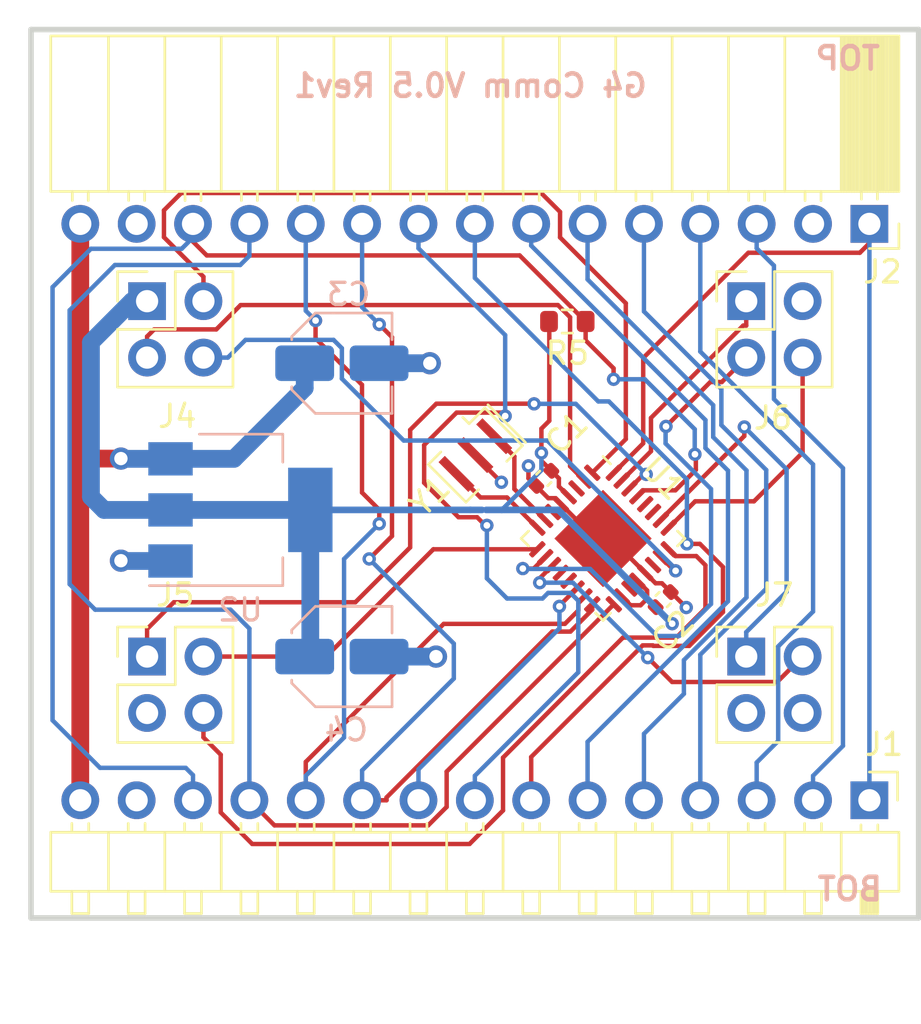
<source format=kicad_pcb>
(kicad_pcb (version 20221018) (generator pcbnew)
  (layers (0 "F.Cu" signal) (1 "In1.Cu" signal) (2 "In2.Cu" signal) (31 "B.Cu" signal) (34 "B.Paste" user) (35 "F.Paste" user) (36 "B.SilkS" user "B.Silkscreen") (37 "F.SilkS" user "F.Silkscreen") (38 "B.Mask" user) (39 "F.Mask" user) (44 "Edge.Cuts" user))
  (net 0 "")
  (net 1 "+5V")
  (net 2 "/B0_CS0")
  (net 3 "/B0_CS1")
  (net 4 "/B0_CS2")
  (net 5 "/B0_CS3")
  (net 6 "/B0_CS4")
  (net 7 "/B0_CS5")
  (net 8 "/B0_CS6")
  (net 9 "/B0_CS7")
  (net 10 "/B0_MISO")
  (net 11 "/B0_MOSI")
  (net 12 "/B0_SCK")
  (net 13 "/B1_CS0")
  (net 14 "/B1_CS1")
  (net 15 "/B1_CS2")
  (net 16 "/B1_CS3")
  (net 17 "/B1_MISO")
  (net 18 "/B1_MOSI")
  (net 19 "/B1_SCK")
  (net 20 "/EXT_INT0")
  (net 21 "/RESET_DRV0")
  (net 22 "/RESET_DRV1")
  (net 23 "/RESET_DRV2")
  (net 24 "/RESET_DRV3")
  (net 25 "/RESET_MSTR")
  (net 26 "/XTAL1")
  (net 27 "/XTAL2")
  (net 28 "GND")
  (net 41 "/VIN")
  (footprint "Connector_PinSocket_2.54mm:PinSocket_2x02_P2.54mm_Vertical" (layer "F.Cu") (at 57.77 62.23)
    (fp_text reference "J4" (at -1.1788 5.1816) (layer "F.SilkS"))
    (fp_text value "2x2 socket")
    (pad "1" thru_hole rect (at -2.54 0) (size 1.7 1.7) (drill 1) (layers "*.Cu" "*.Mask") (net 1 "+5V"))
    (pad "2" thru_hole oval (at 0 0) (size 1.7 1.7) (drill 1) (layers "*.Cu" "*.Mask") (net 13 "/B1_CS0"))
    (pad "3" thru_hole oval (at -2.54 2.54) (size 1.7 1.7) (drill 1) (layers "*.Cu" "*.Mask") (net 19 "/B1_SCK"))
    (pad "4" thru_hole oval (at 0 2.54) (size 1.7 1.7) (drill 1) (layers "*.Cu" "*.Mask") (net 21 "/RESET_DRV0"))
  )
  (footprint "Connector_PinSocket_2.54mm:PinSocket_2x02_P2.54mm_Vertical" (layer "F.Cu") (at 84.77 62.23)
    (fp_text reference "J6" (at -1.331 5.2578) (layer "F.SilkS"))
    (fp_text value "2x2 socket")
    (pad "1" thru_hole rect (at -2.54 0) (size 1.7 1.7) (drill 1) (layers "*.Cu" "*.Mask") (net 18 "/B1_MOSI"))
    (pad "2" thru_hole oval (at 0 0) (size 1.7 1.7) (drill 1) (layers "*.Cu" "*.Mask"))
    (pad "3" thru_hole oval (at -2.54 2.54) (size 1.7 1.7) (drill 1) (layers "*.Cu" "*.Mask") (net 15 "/B1_CS2"))
    (pad "4" thru_hole oval (at 0 2.54) (size 1.7 1.7) (drill 1) (layers "*.Cu" "*.Mask") (net 23 "/RESET_DRV2"))
  )
  (footprint "Connector_PinSocket_2.54mm:PinSocket_2x02_P2.54mm_Vertical" (layer "F.Cu") (at 57.77 78.23)
    (fp_text reference "J5" (at -1.27 -2.77) (layer "F.SilkS"))
    (fp_text value "2x2 socket")
    (pad "1" thru_hole rect (at -2.54 0) (size 1.7 1.7) (drill 1) (layers "*.Cu" "*.Mask") (net 17 "/B1_MISO"))
    (pad "2" thru_hole oval (at 0 0) (size 1.7 1.7) (drill 1) (layers "*.Cu" "*.Mask") (net 14 "/B1_CS1"))
    (pad "3" thru_hole oval (at -2.54 2.54) (size 1.7 1.7) (drill 1) (layers "*.Cu" "*.Mask"))
    (pad "4" thru_hole oval (at 0 2.54) (size 1.7 1.7) (drill 1) (layers "*.Cu" "*.Mask") (net 22 "/RESET_DRV1"))
  )
  (footprint "Connector_PinSocket_2.54mm:PinSocket_2x02_P2.54mm_Vertical" (layer "F.Cu") (at 84.77 78.23)
    (fp_text reference "J7" (at -1.27 -2.77) (layer "F.SilkS"))
    (fp_text value "2x2 socket")
    (pad "1" thru_hole rect (at -2.54 0) (size 1.7 1.7) (drill 1) (layers "*.Cu" "*.Mask") (net 24 "/RESET_DRV3"))
    (pad "2" thru_hole oval (at 0 0) (size 1.7 1.7) (drill 1) (layers "*.Cu" "*.Mask") (net 16 "/B1_CS3"))
    (pad "3" thru_hole oval (at -2.54 2.54) (size 1.7 1.7) (drill 1) (layers "*.Cu" "*.Mask") (net 28 "GND"))
    (pad "4" thru_hole oval (at 0 2.54) (size 1.7 1.7) (drill 1) (layers "*.Cu" "*.Mask"))
  )
  (footprint "Resistor_SMD:R_0603_1608Metric" (layer "F.Cu") (at 74.168 63.1444 180)
    (fp_text reference "R5" (at 0 -1.43) (layer "F.SilkS"))
    (fp_text value "4.7k")
    (pad "1" smd roundrect (at -0.825 0 180) (size 0.8 0.95) (layers "F.Cu" "F.Paste" "F.Mask") (net 25 "/RESET_MSTR"))
    (pad "2" smd roundrect (at 0.825 0 180) (size 0.8 0.95) (layers "F.Cu" "F.Paste" "F.Mask") (net 1 "+5V"))
  )
  (footprint "Connector_custom:PinHeader_1x15_P2.54mm_Horizontal" (layer "F.Cu") (at 87.78 84.7 -90)
    (fp_text reference "J1" (at -2.52 -0.66) (layer "F.SilkS"))
    (fp_text value "1x15 header")
    (pad "1" thru_hole rect (at 0 0 270) (size 1.7 1.7) (drill 1) (layers "*.Cu" "*.Mask") (net 20 "/EXT_INT0"))
    (pad "2" thru_hole oval (at 0 2.54 270) (size 1.7 1.7) (drill 1) (layers "*.Cu" "*.Mask") (net 9 "/B0_CS7"))
    (pad "3" thru_hole oval (at 0 5.08 270) (size 1.7 1.7) (drill 1) (layers "*.Cu" "*.Mask") (net 8 "/B0_CS6"))
    (pad "4" thru_hole oval (at 0 7.62 270) (size 1.7 1.7) (drill 1) (layers "*.Cu" "*.Mask") (net 7 "/B0_CS5"))
    (pad "5" thru_hole oval (at 0 10.16 270) (size 1.7 1.7) (drill 1) (layers "*.Cu" "*.Mask") (net 6 "/B0_CS4"))
    (pad "6" thru_hole oval (at 0 12.7 270) (size 1.7 1.7) (drill 1) (layers "*.Cu" "*.Mask") (net 5 "/B0_CS3"))
    (pad "7" thru_hole oval (at 0 15.24 270) (size 1.7 1.7) (drill 1) (layers "*.Cu" "*.Mask") (net 4 "/B0_CS2"))
    (pad "8" thru_hole oval (at 0 17.78 270) (size 1.7 1.7) (drill 1) (layers "*.Cu" "*.Mask") (net 3 "/B0_CS1"))
    (pad "9" thru_hole oval (at 0 20.32 270) (size 1.7 1.7) (drill 1) (layers "*.Cu" "*.Mask") (net 2 "/B0_CS0"))
    (pad "10" thru_hole oval (at 0 22.86 270) (size 1.7 1.7) (drill 1) (layers "*.Cu" "*.Mask") (net 10 "/B0_MISO"))
    (pad "11" thru_hole oval (at 0 25.4 270) (size 1.7 1.7) (drill 1) (layers "*.Cu" "*.Mask") (net 11 "/B0_MOSI"))
    (pad "12" thru_hole oval (at 0 27.94 270) (size 1.7 1.7) (drill 1) (layers "*.Cu" "*.Mask") (net 12 "/B0_SCK"))
    (pad "13" thru_hole oval (at 0 30.48 270) (size 1.7 1.7) (drill 1) (layers "*.Cu" "*.Mask") (net 25 "/RESET_MSTR"))
    (pad "14" thru_hole oval (at 0 33.02 270) (size 1.7 1.7) (drill 1) (layers "*.Cu" "*.Mask") (net 28 "GND"))
    (pad "15" thru_hole oval (at 0 35.56 270) (size 1.7 1.7) (drill 1) (layers "*.Cu" "*.Mask") (net 41 "/VIN"))
  )
  (footprint "Capacitor_SMD:C_0402_1005Metric" (layer "F.Cu") (at 78.4871 75.6662 45)
    (fp_text reference "C2" (at -0.693798 1.315219 45) (layer "F.SilkS"))
    (fp_text value "1uF")
    (pad "1" smd roundrect (at -0.48 0 45) (size 0.56 0.62) (layers "F.Cu" "F.Paste" "F.Mask") (net 1 "+5V"))
    (pad "2" smd roundrect (at 0.48 0 45) (size 0.56 0.62) (layers "F.Cu" "F.Paste" "F.Mask") (net 28 "GND"))
  )
  (footprint "Connector_custom:PinSocket_1x15_P2.54mm_Horizontal" (layer "F.Cu") (at 87.78 58.75 -90)
    (fp_text reference "J2" (at 2.16 -0.59) (layer "F.SilkS"))
    (fp_text value "1x15 socket")
    (pad "1" thru_hole rect (at 0 0 270) (size 1.7 1.7) (drill 1) (layers "*.Cu" "*.Mask") (net 20 "/EXT_INT0"))
    (pad "2" thru_hole oval (at 0 2.54 270) (size 1.7 1.7) (drill 1) (layers "*.Cu" "*.Mask"))
    (pad "3" thru_hole oval (at 0 5.08 270) (size 1.7 1.7) (drill 1) (layers "*.Cu" "*.Mask") (net 9 "/B0_CS7"))
    (pad "4" thru_hole oval (at 0 7.62 270) (size 1.7 1.7) (drill 1) (layers "*.Cu" "*.Mask") (net 8 "/B0_CS6"))
    (pad "5" thru_hole oval (at 0 10.16 270) (size 1.7 1.7) (drill 1) (layers "*.Cu" "*.Mask") (net 7 "/B0_CS5"))
    (pad "6" thru_hole oval (at 0 12.7 270) (size 1.7 1.7) (drill 1) (layers "*.Cu" "*.Mask") (net 6 "/B0_CS4"))
    (pad "7" thru_hole oval (at 0 15.24 270) (size 1.7 1.7) (drill 1) (layers "*.Cu" "*.Mask") (net 5 "/B0_CS3"))
    (pad "8" thru_hole oval (at 0 17.78 270) (size 1.7 1.7) (drill 1) (layers "*.Cu" "*.Mask") (net 4 "/B0_CS2"))
    (pad "9" thru_hole oval (at 0 20.32 270) (size 1.7 1.7) (drill 1) (layers "*.Cu" "*.Mask") (net 3 "/B0_CS1"))
    (pad "10" thru_hole oval (at 0 22.86 270) (size 1.7 1.7) (drill 1) (layers "*.Cu" "*.Mask") (net 10 "/B0_MISO"))
    (pad "11" thru_hole oval (at 0 25.4 270) (size 1.7 1.7) (drill 1) (layers "*.Cu" "*.Mask") (net 11 "/B0_MOSI"))
    (pad "12" thru_hole oval (at 0 27.94 270) (size 1.7 1.7) (drill 1) (layers "*.Cu" "*.Mask") (net 12 "/B0_SCK"))
    (pad "13" thru_hole oval (at 0 30.48 270) (size 1.7 1.7) (drill 1) (layers "*.Cu" "*.Mask") (net 25 "/RESET_MSTR"))
    (pad "14" thru_hole oval (at 0 33.02 270) (size 1.7 1.7) (drill 1) (layers "*.Cu" "*.Mask") (net 28 "GND"))
    (pad "15" thru_hole oval (at 0 35.56 270) (size 1.7 1.7) (drill 1) (layers "*.Cu" "*.Mask") (net 41 "/VIN"))
  )
  (footprint "Package_DFN_QFN:QFN-32-1EP_5x5mm_P0.5mm_EP3.1x3.1mm" (layer "F.Cu") (at 75.7765 72.9151 -45)
    (fp_text reference "U1" (at 0 -3.82 135) (layer "F.SilkS"))
    (fp_text value "ATmega328PB-M")
    (pad "1" smd roundrect (at -2.4375 -1.75 315) (size 0.875 0.25) (layers "F.Cu" "F.Paste" "F.Mask") (net 13 "/B1_CS0"))
    (pad "2" smd roundrect (at -2.4375 -1.25 315) (size 0.875 0.25) (layers "F.Cu" "F.Paste" "F.Mask") (net 19 "/B1_SCK"))
    (pad "3" smd roundrect (at -2.4375 -0.75 315) (size 0.875 0.25) (layers "F.Cu" "F.Paste" "F.Mask"))
    (pad "4" smd roundrect (at -2.4375 -0.25 315) (size 0.875 0.25) (layers "F.Cu" "F.Paste" "F.Mask") (net 1 "+5V"))
    (pad "5" smd roundrect (at -2.4375 0.25 315) (size 0.875 0.25) (layers "F.Cu" "F.Paste" "F.Mask") (net 28 "GND"))
    (pad "6" smd roundrect (at -2.4375 0.75 315) (size 0.875 0.25) (layers "F.Cu" "F.Paste" "F.Mask"))
    (pad "7" smd roundrect (at -2.4375 1.25 315) (size 0.875 0.25) (layers "F.Cu" "F.Paste" "F.Mask") (net 26 "/XTAL1"))
    (pad "8" smd roundrect (at -2.4375 1.75 315) (size 0.875 0.25) (layers "F.Cu" "F.Paste" "F.Mask") (net 27 "/XTAL2"))
    (pad "9" smd roundrect (at -1.75 2.4375 315) (size 0.25 0.875) (layers "F.Cu" "F.Paste" "F.Mask") (net 14 "/B1_CS1"))
    (pad "10" smd roundrect (at -1.25 2.4375 315) (size 0.25 0.875) (layers "F.Cu" "F.Paste" "F.Mask") (net 15 "/B1_CS2"))
    (pad "11" smd roundrect (at -0.75 2.4375 315) (size 0.25 0.875) (layers "F.Cu" "F.Paste" "F.Mask") (net 16 "/B1_CS3"))
    (pad "12" smd roundrect (at -0.25 2.4375 315) (size 0.25 0.875) (layers "F.Cu" "F.Paste" "F.Mask"))
    (pad "13" smd roundrect (at 0.25 2.4375 315) (size 0.25 0.875) (layers "F.Cu" "F.Paste" "F.Mask"))
    (pad "14" smd roundrect (at 0.75 2.4375 315) (size 0.25 0.875) (layers "F.Cu" "F.Paste" "F.Mask") (net 2 "/B0_CS0"))
    (pad "15" smd roundrect (at 1.25 2.4375 315) (size 0.25 0.875) (layers "F.Cu" "F.Paste" "F.Mask") (net 11 "/B0_MOSI"))
    (pad "16" smd roundrect (at 1.75 2.4375 315) (size 0.25 0.875) (layers "F.Cu" "F.Paste" "F.Mask") (net 10 "/B0_MISO"))
    (pad "17" smd roundrect (at 2.4375 1.75 315) (size 0.875 0.25) (layers "F.Cu" "F.Paste" "F.Mask") (net 12 "/B0_SCK"))
    (pad "18" smd roundrect (at 2.4375 1.25 315) (size 0.875 0.25) (layers "F.Cu" "F.Paste" "F.Mask") (net 1 "+5V"))
    (pad "19" smd roundrect (at 2.4375 0.75 315) (size 0.875 0.25) (layers "F.Cu" "F.Paste" "F.Mask"))
    (pad "20" smd roundrect (at 2.4375 0.25 315) (size 0.875 0.25) (layers "F.Cu" "F.Paste" "F.Mask") (net 1 "+5V"))
    (pad "21" smd roundrect (at 2.4375 -0.25 315) (size 0.875 0.25) (layers "F.Cu" "F.Paste" "F.Mask") (net 28 "GND"))
    (pad "22" smd roundrect (at 2.4375 -0.75 315) (size 0.875 0.25) (layers "F.Cu" "F.Paste" "F.Mask"))
    (pad "23" smd roundrect (at 2.4375 -1.25 315) (size 0.875 0.25) (layers "F.Cu" "F.Paste" "F.Mask") (net 21 "/RESET_DRV0"))
    (pad "24" smd roundrect (at 2.4375 -1.75 315) (size 0.875 0.25) (layers "F.Cu" "F.Paste" "F.Mask") (net 22 "/RESET_DRV1"))
    (pad "25" smd roundrect (at 1.75 -2.4375 315) (size 0.25 0.875) (layers "F.Cu" "F.Paste" "F.Mask") (net 23 "/RESET_DRV2"))
    (pad "26" smd roundrect (at 1.25 -2.4375 315) (size 0.25 0.875) (layers "F.Cu" "F.Paste" "F.Mask") (net 24 "/RESET_DRV3"))
    (pad "27" smd roundrect (at 0.75 -2.4375 315) (size 0.25 0.875) (layers "F.Cu" "F.Paste" "F.Mask"))
    (pad "28" smd roundrect (at 0.25 -2.4375 315) (size 0.25 0.875) (layers "F.Cu" "F.Paste" "F.Mask"))
    (pad "29" smd roundrect (at -0.25 -2.4375 315) (size 0.25 0.875) (layers "F.Cu" "F.Paste" "F.Mask") (net 25 "/RESET_MSTR"))
    (pad "30" smd roundrect (at -0.75 -2.4375 315) (size 0.25 0.875) (layers "F.Cu" "F.Paste" "F.Mask") (net 17 "/B1_MISO"))
    (pad "31" smd roundrect (at -1.25 -2.4375 315) (size 0.25 0.875) (layers "F.Cu" "F.Paste" "F.Mask") (net 18 "/B1_MOSI"))
    (pad "32" smd roundrect (at -1.75 -2.4375 315) (size 0.25 0.875) (layers "F.Cu" "F.Paste" "F.Mask") (net 20 "/EXT_INT0"))
    (pad "33" smd rect (at 0 0 315) (size 3.1 3.1) (layers "F.Cu" "F.Mask") (net 28 "GND"))
  )
  (footprint "Capacitor_SMD:C_0402_1005Metric" (layer "F.Cu") (at 73.1071 70.2068 -135)
    (fp_text reference "C1" (at -2.163676 0.711731 45) (layer "F.SilkS"))
    (fp_text value "1uF")
    (pad "1" smd roundrect (at -0.48 0 225) (size 0.56 0.62) (layers "F.Cu" "F.Paste" "F.Mask") (net 1 "+5V"))
    (pad "2" smd roundrect (at 0.48 0 225) (size 0.56 0.62) (layers "F.Cu" "F.Paste" "F.Mask") (net 28 "GND"))
  )
  (footprint "Crystal:Resonator_SMD_Murata_CSTxExxV-3Pin_3.0x1.1mm" (layer "F.Cu") (at 70.0244 69.1587 -135)
    (fp_text reference "Y1" (at 2.759798 0.141421 45) (layer "F.SilkS"))
    (fp_text value "20MHz")
    (pad "1" smd rect (at -1.2 0 225) (size 0.4 1.9) (layers "F.Cu" "F.Paste" "F.Mask") (net 26 "/XTAL1"))
    (pad "2" smd rect (at 0 0 225) (size 0.4 1.9) (layers "F.Cu" "F.Paste" "F.Mask") (net 28 "GND"))
    (pad "3" smd rect (at 1.2 0 225) (size 0.4 1.9) (layers "F.Cu" "F.Paste" "F.Mask") (net 27 "/XTAL2"))
  )
  (footprint "Package_TO_SOT_SMD:SOT-223" (layer "B.Cu") (at 59.436 71.628)
    (fp_text reference "U2" (at 0 4.5) (layer "B.SilkS") (effects (justify mirror)))
    (fp_text value "AZ1117-5.0")
    (pad "1" smd rect (at -3.15 2.3) (size 2 1.5) (layers "B.Cu" "B.Paste" "B.Mask") (net 28 "GND"))
    (pad "2" smd rect (at -3.15 0) (size 2 1.5) (layers "B.Cu" "B.Paste" "B.Mask") (net 1 "+5V"))
    (pad "2" smd rect (at 3.15 0) (size 2 3.8) (layers "B.Cu" "B.Paste" "B.Mask") (net 1 "+5V"))
    (pad "3" smd rect (at -3.15 -2.3) (size 2 1.5) (layers "B.Cu" "B.Paste" "B.Mask") (net 41 "/VIN"))
  )
  (footprint "Capacitor_SMD:C_Elec_4x5.4" (layer "B.Cu") (at 64.008 65.024)
    (fp_text reference "C3" (at 0.3048 -3.0988) (layer "B.SilkS") (effects (justify mirror)))
    (fp_text value "10uF")
    (pad "1" smd roundrect (at -1.675 0) (size 2.65 1.6) (layers "B.Cu" "B.Paste" "B.Mask") (roundrect_rratio 0.15625) (net 41 "/VIN"))
    (pad "2" smd roundrect (at 1.675 0) (size 2.65 1.6) (layers "B.Cu" "B.Paste" "B.Mask") (roundrect_rratio 0.15625) (net 28 "GND"))
  )
  (footprint "Capacitor_SMD:C_Elec_4x5.4" (layer "B.Cu") (at 64.008 78.232)
    (fp_text reference "C4" (at 0.2032 3.302) (layer "B.SilkS") (effects (justify mirror)))
    (fp_text value "22uF")
    (pad "1" smd roundrect (at -1.675 0) (size 2.65 1.6) (layers "B.Cu" "B.Paste" "B.Mask") (roundrect_rratio 0.15625) (net 1 "+5V"))
    (pad "2" smd roundrect (at 1.675 0) (size 2.65 1.6) (layers "B.Cu" "B.Paste" "B.Mask") (roundrect_rratio 0.15625) (net 28 "GND"))
  )
  (gr_line (start 90 90) (end 90 50) (stroke (width 0.25)) (layer "Edge.Cuts"))
  (gr_line (start 90 50) (end 50 50) (stroke (width 0.25)) (layer "Edge.Cuts"))
  (gr_line (start 50 50) (end 50 90) (stroke (width 0.25)) (layer "Edge.Cuts"))
  (gr_line (start 50 90) (end 90 90) (stroke (width 0.25)) (layer "Edge.Cuts"))
  (gr_text "BOT" (at 86.9 88.7) (layer "B.SilkS") (effects (font (size 1.016 1.016) (thickness 0.2032)) (justify mirror)))
  (gr_text "G4 Comm V0.5 Rev1" (at 69.7992 52.5272) (layer "B.SilkS") (effects (font (size 1.016 1.016) (thickness 0.2032)) (justify mirror)))
  (gr_text "TOP" (at 86.8 51.3) (layer "B.SilkS") (effects (font (size 1.016 1.016) (thickness 0.2032)) (justify mirror)))
  (segment (start 74.2297 71.0148) (end 73.787 70.572) (width 0.2) (layer "F.Cu") (net 1))
  (segment (start 77.4693 75.9206) (end 77.766 75.6239) (width 0.2) (layer "F.Cu") (net 1))
  (segment (start 77.766 75.2582) (end 77.766 75.6239) (width 0.2) (layer "F.Cu") (net 1))
  (segment (start 73.787 70.572) (end 73.787 70.2079) (width 0.2) (layer "F.Cu") (net 1))
  (segment (start 77.766 75.6239) (end 78.1477 76.0056) (width 0.2) (layer "F.Cu") (net 1))
  (segment (start 72.9996 67.9704) (end 72.9996 69.0626) (width 0.2) (layer "F.Cu") (net 1))
  (segment (start 73.343 63.1444) (end 73.3552 63.1566) (width 0.2) (layer "F.Cu") (net 1))
  (segment (start 73.3552 63.1566) (end 73.3552 67.6148) (width 0.2) (layer "F.Cu") (net 1))
  (segment (start 73.3552 67.6148) (end 72.9996 67.9704) (width 0.2) (layer "F.Cu") (net 1))
  (segment (start 73.787 70.2079) (end 73.4465 69.8674) (width 0.2) (layer "F.Cu") (net 1))
  (segment (start 78.8924 76.7504) (end 78.1477 76.0056) (width 0.2) (layer "F.Cu") (net 1))
  (segment (start 76.6162 75.5226) (end 77.0142 75.9206) (width 0.2) (layer "F.Cu") (net 1))
  (segment (start 77.3233 74.8154) (end 77.3233 74.8155) (width 0.2) (layer "F.Cu") (net 1))
  (segment (start 73.4465 69.8651) (end 73.4465 69.8674) (width 0.2) (layer "F.Cu") (net 1))
  (segment (start 77.3233 74.8155) (end 77.766 75.2582) (width 0.2) (layer "F.Cu") (net 1))
  (segment (start 72.9996 69.4182) (end 73.4465 69.8651) (width 0.2) (layer "F.Cu") (net 1))
  (segment (start 72.9996 69.0626) (end 72.9996 69.4182) (width 0.2) (layer "F.Cu") (net 1))
  (segment (start 77.0142 75.9206) (end 77.4693 75.9206) (width 0.2) (layer "F.Cu") (net 1))
  (via (at 78.8924 76.7504) (size 0.6) (drill 0.3) (layers "F.Cu" "B.Cu") (net 1))
  (via (at 72.9996 69.0626) (size 0.6) (drill 0.3) (layers "F.Cu" "B.Cu") (net 1))
  (segment (start 70.358 71.628) (end 70.3238 71.628) (width 0.2) (layer "B.Cu") (net 1))
  (segment (start 78.884 76.7504) (end 73.7616 71.628) (width 0.3) (layer "B.Cu") (net 1))
  (segment (start 78.8924 76.7504) (end 78.884 76.7504) (width 0.3) (layer "B.Cu") (net 1))
  (segment (start 70.3238 71.628) (end 69.7992 71.628) (width 0.2) (layer "B.Cu") (net 1))
  (segment (start 62.586 71.628) (end 62.586 77.979) (width 0.8) (layer "B.Cu") (net 1))
  (segment (start 53.2892 71.628) (end 52.7 71.0388) (width 0.8) (layer "B.Cu") (net 1))
  (segment (start 71.212 71.628) (end 70.5104 71.628) (width 0.2) (layer "B.Cu") (net 1))
  (segment (start 56.286 71.628) (end 53.2892 71.628) (width 0.8) (layer "B.Cu") (net 1))
  (segment (start 71.212 71.628) (end 70.5104 71.628) (width 0.3) (layer "B.Cu") (net 1))
  (segment (start 62.586 71.628) (end 69.7992 71.628) (width 0.3) (layer "B.Cu") (net 1))
  (segment (start 73.7616 71.628) (end 71.212 71.628) (width 0.3) (layer "B.Cu") (net 1))
  (segment (start 69.7992 71.628) (end 70.3238 71.628) (width 0.3) (layer "B.Cu") (net 1))
  (segment (start 52.7 64.08) (end 54.55 62.23) (width 0.8) (layer "B.Cu") (net 1))
  (segment (start 54.55 62.23) (end 55.23 62.23) (width 0.8) (layer "B.Cu") (net 1))
  (segment (start 52.7 71.0388) (end 52.7 64.08) (width 0.8) (layer "B.Cu") (net 1))
  (segment (start 70.358 71.628) (end 70.3238 71.628) (width 0.2) (layer "B.Cu") (net 1))
  (segment (start 56.286 71.628) (end 62.586 71.628) (width 0.8) (layer "B.Cu") (net 1))
  (segment (start 72.9996 69.8404) (end 71.212 71.628) (width 0.2) (layer "B.Cu") (net 1))
  (segment (start 70.5104 71.628) (end 70.358 71.628) (width 0.2) (layer "B.Cu") (net 1))
  (segment (start 62.586 77.979) (end 62.333 78.232) (width 0.8) (layer "B.Cu") (net 1))
  (segment (start 72.9996 69.0626) (end 72.9996 69.8404) (width 0.2) (layer "B.Cu") (net 1))
  (segment (start 73.8124 75.9399) (end 74.5833 75.169) (width 0.2) (layer "F.Cu") (net 2))
  (segment (start 73.8124 75.9714) (end 73.8124 75.9399) (width 0.2) (layer "F.Cu") (net 2))
  (via (at 73.8124 75.9714) (size 0.6) (drill 0.3) (layers "F.Cu" "B.Cu") (net 2))
  (segment (start 73.8124 76.9576) (end 73.8124 75.9714) (width 0.2) (layer "B.Cu") (net 2))
  (segment (start 67.46 83.31) (end 73.8124 76.9576) (width 0.2) (layer "B.Cu") (net 2))
  (segment (start 67.46 84.7) (end 67.46 83.31) (width 0.2) (layer "B.Cu") (net 2))
  (segment (start 67.7164 68.707) (end 69.1766 67.2468) (width 0.2) (layer "F.Cu") (net 3))
  (segment (start 69.1766 67.2468) (end 71.2135 67.2468) (width 0.2) (layer "F.Cu") (net 3))
  (segment (start 67.7164 70.4088) (end 67.7164 68.707) (width 0.2) (layer "F.Cu") (net 3))
  (segment (start 70.5421 72.3245) (end 70.4703 72.3245) (width 0.2) (layer "F.Cu") (net 3))
  (segment (start 69.2658 71.9582) (end 67.7164 70.4088) (width 0.2) (layer "F.Cu") (net 3))
  (segment (start 70.4703 72.3245) (end 70.104 71.9582) (width 0.2) (layer "F.Cu") (net 3))
  (segment (start 71.2135 67.2468) (end 71.3672 67.4005) (width 0.2) (layer "F.Cu") (net 3))
  (segment (start 70.104 71.9582) (end 69.2658 71.9582) (width 0.2) (layer "F.Cu") (net 3))
  (via (at 71.3672 67.4005) (size 0.6) (drill 0.3) (layers "F.Cu" "B.Cu") (net 3))
  (via (at 70.5421 72.3245) (size 0.6) (drill 0.3) (layers "F.Cu" "B.Cu") (net 3))
  (segment (start 71.4502 75.6158) (end 73.0504 75.6158) (width 0.2) (layer "B.Cu") (net 3))
  (segment (start 67.46 59.8501) (end 71.3672 63.7573) (width 0.2) (layer "B.Cu") (net 3))
  (segment (start 73.0504 75.6158) (end 73.3019 75.3643) (width 0.2) (layer "B.Cu") (net 3))
  (segment (start 73.3019 75.3643) (end 74.3092 75.3643) (width 0.2) (layer "B.Cu") (net 3))
  (segment (start 70.5421 74.7077) (end 71.4502 75.6158) (width 0.2) (layer "B.Cu") (net 3))
  (segment (start 74.6613 75.7164) (end 74.6613 78.9386) (width 0.2) (layer "B.Cu") (net 3))
  (segment (start 71.3672 63.7573) (end 71.3672 67.4005) (width 0.2) (layer "B.Cu") (net 3))
  (segment (start 67.46 58.75) (end 67.46 59.8501) (width 0.2) (layer "B.Cu") (net 3))
  (segment (start 74.3092 75.3643) (end 74.6613 75.7164) (width 0.2) (layer "B.Cu") (net 3))
  (segment (start 70.5421 72.3245) (end 70.5421 74.7077) (width 0.2) (layer "B.Cu") (net 3))
  (segment (start 74.6613 78.9386) (end 70 83.5999) (width 0.2) (layer "B.Cu") (net 3))
  (segment (start 70 83.5999) (end 70 84.7) (width 0.2) (layer "B.Cu") (net 3))
  (segment (start 78.019118 77.7267) (end 77.5634 77.7267) (width 0.2) (layer "F.Cu") (net 4))
  (segment (start 79.5564 73.1568) (end 80.1418 73.1568) (width 0.2) (layer "F.Cu") (net 4))
  (segment (start 78.042418 77.75) (end 78.019118 77.7267) (width 0.2) (layer "F.Cu") (net 4))
  (segment (start 77.5634 77.7267) (end 72.54 82.7501) (width 0.2) (layer "F.Cu") (net 4))
  (segment (start 81.18 76.23) (end 79.66 77.75) (width 0.2) (layer "F.Cu") (net 4))
  (segment (start 81.18 74.195) (end 81.18 76.23) (width 0.2) (layer "F.Cu") (net 4))
  (segment (start 72.54 82.7501) (end 72.54 84.7) (width 0.2) (layer "F.Cu") (net 4))
  (segment (start 80.1418 73.1568) (end 81.18 74.195) (width 0.2) (layer "F.Cu") (net 4))
  (segment (start 79.66 77.75) (end 78.042418 77.75) (width 0.2) (layer "F.Cu") (net 4))
  (via (at 79.5564 73.1568) (size 0.6) (drill 0.3) (layers "F.Cu" "B.Cu") (net 4))
  (segment (start 76.0396 66.7432) (end 79.5564 70.26) (width 0.2) (layer "B.Cu") (net 4))
  (segment (start 70 61.182107) (end 75.561093 66.7432) (width 0.2) (layer "B.Cu") (net 4))
  (segment (start 75.561093 66.7432) (end 76.0396 66.7432) (width 0.2) (layer "B.Cu") (net 4))
  (segment (start 70 58.75) (end 70 61.182107) (width 0.2) (layer "B.Cu") (net 4))
  (segment (start 79.5564 70.26) (end 79.5564 73.1568) (width 0.2) (layer "B.Cu") (net 4))
  (segment (start 81.407 75.743) (end 81.407 69.857767) (width 0.2) (layer "B.Cu") (net 5))
  (segment (start 81.407 69.857767) (end 80.391 68.841767) (width 0.2) (layer "B.Cu") (net 5))
  (segment (start 80.391 67.581) (end 72.54 59.73) (width 0.2) (layer "B.Cu") (net 5))
  (segment (start 72.54 59.73) (end 72.54 58.75) (width 0.2) (layer "B.Cu") (net 5))
  (segment (start 75.08 84.7) (end 75.08 82.07) (width 0.2) (layer "B.Cu") (net 5))
  (segment (start 80.391 68.841767) (end 80.391 67.581) (width 0.2) (layer "B.Cu") (net 5))
  (segment (start 75.08 82.07) (end 81.407 75.743) (width 0.2) (layer "B.Cu") (net 5))
  (segment (start 77.62 84.7) (end 77.62 81.71) (width 0.2) (layer "B.Cu") (net 6))
  (segment (start 82.24 75.57) (end 82.24 69.85) (width 0.2) (layer "B.Cu") (net 6))
  (segment (start 75.08 61.25) (end 75.08 58.75) (width 0.2) (layer "B.Cu") (net 6))
  (segment (start 77.62 81.71) (end 79.42 79.91) (width 0.2) (layer "B.Cu") (net 6))
  (segment (start 80.741 68.351) (end 80.741 66.911) (width 0.2) (layer "B.Cu") (net 6))
  (segment (start 79.42 79.91) (end 79.42 78.39) (width 0.2) (layer "B.Cu") (net 6))
  (segment (start 80.741 66.911) (end 75.08 61.25) (width 0.2) (layer "B.Cu") (net 6))
  (segment (start 82.24 69.85) (end 80.741 68.351) (width 0.2) (layer "B.Cu") (net 6))
  (segment (start 79.42 78.39) (end 82.24 75.57) (width 0.2) (layer "B.Cu") (net 6))
  (segment (start 81.1102 67.8102) (end 83.13 69.83) (width 0.2) (layer "B.Cu") (net 7))
  (segment (start 77.62 58.75) (end 77.62 62.69) (width 0.2) (layer "B.Cu") (net 7))
  (segment (start 83.13 69.83) (end 83.13 75.174974) (width 0.2) (layer "B.Cu") (net 7))
  (segment (start 80.16 78.144974) (end 80.16 84.7) (width 0.2) (layer "B.Cu") (net 7))
  (segment (start 83.13 75.174974) (end 80.16 78.144974) (width 0.2) (layer "B.Cu") (net 7))
  (segment (start 81.1102 66.1802) (end 81.1102 67.8102) (width 0.2) (layer "B.Cu") (net 7))
  (segment (start 77.62 62.69) (end 81.1102 66.1802) (width 0.2) (layer "B.Cu") (net 7))
  (segment (start 83.67 82.03) (end 83.67 77.774365) (width 0.2) (layer "B.Cu") (net 8))
  (segment (start 80.16 64.5) (end 80.16 58.75) (width 0.2) (layer "B.Cu") (net 8))
  (segment (start 83.67 77.774365) (end 85.2424 76.201965) (width 0.2) (layer "B.Cu") (net 8))
  (segment (start 82.7 83) (end 83.67 82.03) (width 0.2) (layer "B.Cu") (net 8))
  (segment (start 85.2424 69.5824) (end 80.16 64.5) (width 0.2) (layer "B.Cu") (net 8))
  (segment (start 85.2424 76.201965) (end 85.2424 69.5824) (width 0.2) (layer "B.Cu") (net 8))
  (segment (start 82.7 84.7) (end 82.7 83) (width 0.2) (layer "B.Cu") (net 8))
  (segment (start 86.5886 69.7468) (end 86.5886 82.2513) (width 0.2) (layer "B.Cu") (net 9))
  (segment (start 85.24 83.5999) (end 85.24 84.7) (width 0.2) (layer "B.Cu") (net 9))
  (segment (start 83.4779 60.628) (end 83.4779 66.6361) (width 0.2) (layer "B.Cu") (net 9))
  (segment (start 83.4779 66.6361) (end 86.5886 69.7468) (width 0.2) (layer "B.Cu") (net 9))
  (segment (start 86.5886 82.2513) (end 85.24 83.5999) (width 0.2) (layer "B.Cu") (net 9))
  (segment (start 82.7 59.8501) (end 83.4779 60.628) (width 0.2) (layer "B.Cu") (net 9))
  (segment (start 82.7 58.75) (end 82.7 59.8501) (width 0.2) (layer "B.Cu") (net 9))
  (segment (start 65.2393 73.8346) (end 66.266 72.8079) (width 0.2) (layer "F.Cu") (net 10))
  (segment (start 75.2904 76.1236) (end 75.2904 75.8761) (width 0.2) (layer "F.Cu") (net 10))
  (segment (start 73.4871 77.1063) (end 74.3077 77.1063) (width 0.2) (layer "F.Cu") (net 10))
  (segment (start 74.3077 77.1063) (end 75.2904 76.1236) (width 0.2) (layer "F.Cu") (net 10))
  (segment (start 66.266 63.8492) (end 65.6933 63.2765) (width 0.2) (layer "F.Cu") (net 10))
  (segment (start 66.0201 84.7) (end 66.0201 84.5733) (width 0.2) (layer "F.Cu") (net 10))
  (segment (start 64.92 84.7) (end 66.0201 84.7) (width 0.2) (layer "F.Cu") (net 10))
  (segment (start 66.0201 84.5733) (end 73.4871 77.1063) (width 0.2) (layer "F.Cu") (net 10))
  (segment (start 66.266 72.8079) (end 66.266 63.8492) (width 0.2) (layer "F.Cu") (net 10))
  (via (at 65.6933 63.2765) (size 0.6) (drill 0.3) (layers "F.Cu" "B.Cu") (net 10))
  (via (at 65.2393 73.8346) (size 0.6) (drill 0.3) (layers "F.Cu" "B.Cu") (net 10))
  (segment (start 64.92 62.5032) (end 64.92 58.75) (width 0.2) (layer "B.Cu") (net 10))
  (segment (start 69.0528 77.6481) (end 65.2393 73.8346) (width 0.2) (layer "B.Cu") (net 10))
  (segment (start 64.92 84.7) (end 64.92 83.3551) (width 0.2) (layer "B.Cu") (net 10))
  (segment (start 65.6933 63.2765) (end 64.92 62.5032) (width 0.2) (layer "B.Cu") (net 10))
  (segment (start 64.92 83.3551) (end 69.0528 79.2223) (width 0.2) (layer "B.Cu") (net 10))
  (segment (start 69.0528 79.2223) (end 69.0528 77.6481) (width 0.2) (layer "B.Cu") (net 10))
  (segment (start 68.597 76.7588) (end 62.38 82.9758) (width 0.2) (layer "F.Cu") (net 11))
  (segment (start 65.6933 72.2504) (end 65.6933 71.6233) (width 0.2) (layer "F.Cu") (net 11))
  (segment (start 65.6933 71.6233) (end 64.915 70.845) (width 0.2) (layer "F.Cu") (net 11))
  (segment (start 74.9368 75.5226) (end 74.668 75.7914) (width 0.2) (layer "F.Cu") (net 11))
  (segment (start 74.668 75.7914) (end 74.668 76.1484) (width 0.2) (layer "F.Cu") (net 11))
  (segment (start 74.0601 76.7563) (end 73.342125 76.7563) (width 0.2) (layer "F.Cu") (net 11))
  (segment (start 73.342125 76.7563) (end 73.339625 76.7588) (width 0.2) (layer "F.Cu") (net 11))
  (segment (start 64.915 70.845) (end 64.915 65.995) (width 0.2) (layer "F.Cu") (net 11))
  (segment (start 62.8218 63.9018) (end 64.915 65.995) (width 0.2) (layer "F.Cu") (net 11))
  (segment (start 74.668 76.1484) (end 74.0601 76.7563) (width 0.2) (layer "F.Cu") (net 11))
  (segment (start 73.339625 76.7588) (end 68.597 76.7588) (width 0.2) (layer "F.Cu") (net 11))
  (segment (start 62.38 82.9758) (end 62.38 84.7) (width 0.2) (layer "F.Cu") (net 11))
  (segment (start 62.8218 63.1014) (end 62.8218 63.9018) (width 0.2) (layer "F.Cu") (net 11))
  (via (at 65.6933 72.2504) (size 0.6) (drill 0.3) (layers "F.Cu" "B.Cu") (net 11))
  (via (at 62.8218 63.1014) (size 0.6) (drill 0.3) (layers "F.Cu" "B.Cu") (net 11))
  (segment (start 62.38 62.6596) (end 62.8218 63.1014) (width 0.2) (layer "B.Cu") (net 11))
  (segment (start 62.38 83.5999) (end 64.1069 81.873) (width 0.2) (layer "B.Cu") (net 11))
  (segment (start 64.1069 73.8368) (end 65.6933 72.2504) (width 0.2) (layer "B.Cu") (net 11))
  (segment (start 62.38 84.7) (end 62.38 83.5999) (width 0.2) (layer "B.Cu") (net 11))
  (segment (start 62.38 58.75) (end 62.38 62.6596) (width 0.2) (layer "B.Cu") (net 11))
  (segment (start 64.1069 81.873) (end 64.1069 73.8368) (width 0.2) (layer "B.Cu") (net 11))
  (segment (start 76.2626 75.8761) (end 68.73 83.4087) (width 0.2) (layer "F.Cu") (net 12))
  (segment (start 68.73 84.9991) (end 67.899 85.8301) (width 0.2) (layer "F.Cu") (net 12))
  (segment (start 68.73 83.4087) (end 68.73 84.9991) (width 0.2) (layer "F.Cu") (net 12))
  (segment (start 60.9701 85.8301) (end 59.84 84.7) (width 0.2) (layer "F.Cu") (net 12))
  (segment (start 67.899 85.8301) (end 60.9701 85.8301) (width 0.2) (layer "F.Cu") (net 12))
  (segment (start 59.84 84.7) (end 59.84 76.97) (width 0.2) (layer "B.Cu") (net 12))
  (segment (start 59.43 60.6) (end 59.84 60.19) (width 0.2) (layer "B.Cu") (net 12))
  (segment (start 53.78 60.6) (end 59.43 60.6) (width 0.2) (layer "B.Cu") (net 12))
  (segment (start 58.99 76.12) (end 52.89 76.12) (width 0.2) (layer "B.Cu") (net 12))
  (segment (start 51.74 62.64) (end 53.78 60.6) (width 0.2) (layer "B.Cu") (net 12))
  (segment (start 59.84 76.97) (end 58.99 76.12) (width 0.2) (layer "B.Cu") (net 12))
  (segment (start 51.74 74.97) (end 51.74 62.64) (width 0.2) (layer "B.Cu") (net 12))
  (segment (start 52.89 76.12) (end 51.74 74.97) (width 0.2) (layer "B.Cu") (net 12))
  (segment (start 59.84 60.19) (end 59.84 58.75) (width 0.2) (layer "B.Cu") (net 12))
  (segment (start 75.2904 69.9541) (end 76.8024 68.4421) (width 0.2) (layer "F.Cu") (net 13))
  (segment (start 72.99 57.36) (end 56.77 57.36) (width 0.2) (layer "F.Cu") (net 13))
  (segment (start 56.77 57.36) (end 55.99 58.14) (width 0.2) (layer "F.Cu") (net 13))
  (segment (start 55.99 58.14) (end 55.99 59.3499) (width 0.2) (layer "F.Cu") (net 13))
  (segment (start 73.84 59.36) (end 73.84 58.21) (width 0.2) (layer "F.Cu") (net 13))
  (segment (start 73.84 58.21) (end 72.99 57.36) (width 0.2) (layer "F.Cu") (net 13))
  (segment (start 57.77 61.1299) (end 57.77 62.23) (width 0.2) (layer "F.Cu") (net 13))
  (segment (start 76.8024 68.4421) (end 76.8024 62.3224) (width 0.2) (layer "F.Cu") (net 13))
  (segment (start 55.99 59.3499) (end 57.77 61.1299) (width 0.2) (layer "F.Cu") (net 13))
  (segment (start 76.8024 62.3224) (end 73.84 59.36) (width 0.2) (layer "F.Cu") (net 13))
  (segment (start 63.3 78.23) (end 68.1288 73.4012) (width 0.2) (layer "F.Cu") (net 14))
  (segment (start 68.1288 73.4012) (end 72.8155 73.4012) (width 0.2) (layer "F.Cu") (net 14))
  (segment (start 57.77 78.23) (end 63.3 78.23) (width 0.2) (layer "F.Cu") (net 14))
  (segment (start 78.613 67.8688) (end 80.6117 65.8701) (width 0.2) (layer "F.Cu") (net 15))
  (segment (start 80.6117 65.8701) (end 81.1299 65.8701) (width 0.2) (layer "F.Cu") (net 15))
  (segment (start 81.1299 65.8701) (end 82.23 64.77) (width 0.2) (layer "F.Cu") (net 15))
  (segment (start 72.1614 74.2696) (end 72.6542 74.2696) (width 0.2) (layer "F.Cu") (net 15))
  (segment (start 72.6542 74.2696) (end 73.169 73.7548) (width 0.2) (layer "F.Cu") (net 15))
  (via (at 72.1614 74.2696) (size 0.6) (drill 0.3) (layers "F.Cu" "B.Cu") (net 15))
  (via (at 78.613 67.8688) (size 0.6) (drill 0.3) (layers "F.Cu" "B.Cu") (net 15))
  (segment (start 78.5956 68.6388) (end 80.645 70.6882) (width 0.2) (layer "B.Cu") (net 15))
  (segment (start 78.2127 77.3038) (end 75.1947 74.2858) (width 0.2) (layer "B.Cu") (net 15))
  (segment (start 72.1776 74.2858) (end 72.1614 74.2696) (width 0.2) (layer "B.Cu") (net 15))
  (segment (start 80.645 70.6882) (end 80.645 75.8615) (width 0.2) (layer "B.Cu") (net 15))
  (segment (start 80.645 75.8615) (end 79.2027 77.3038) (width 0.2) (layer "B.Cu") (net 15))
  (segment (start 79.2027 77.3038) (end 78.2127 77.3038) (width 0.2) (layer "B.Cu") (net 15))
  (segment (start 78.613 67.8688) (end 78.5956 67.8862) (width 0.2) (layer "B.Cu") (net 15))
  (segment (start 78.5956 67.8862) (end 78.5956 68.6388) (width 0.2) (layer "B.Cu") (net 15))
  (segment (start 75.1947 74.2858) (end 72.1776 74.2858) (width 0.2) (layer "B.Cu") (net 15))
  (segment (start 83.6239 79.3761) (end 84.77 78.23) (width 0.2) (layer "F.Cu") (net 16))
  (segment (start 78.8907 79.3761) (end 83.6239 79.3761) (width 0.2) (layer "F.Cu") (net 16))
  (segment (start 72.9234 74.7075) (end 73.5226 74.1083) (width 0.2) (layer "F.Cu") (net 16))
  (segment (start 77.7913 78.2767) (end 78.8907 79.3761) (width 0.2) (layer "F.Cu") (net 16))
  (segment (start 72.9234 74.9046) (end 72.9234 74.7075) (width 0.2) (layer "F.Cu") (net 16))
  (via (at 72.9234 74.9046) (size 0.6) (drill 0.3) (layers "F.Cu" "B.Cu") (net 16))
  (via (at 77.7913 78.2767) (size 0.6) (drill 0.3) (layers "F.Cu" "B.Cu") (net 16))
  (segment (start 74.4192 74.9046) (end 77.7913 78.2767) (width 0.2) (layer "B.Cu") (net 16))
  (segment (start 72.9234 74.9046) (end 74.4192 74.9046) (width 0.2) (layer "B.Cu") (net 16))
  (segment (start 68.2645 66.8455) (end 72.6621 66.8455) (width 0.2) (layer "F.Cu") (net 17))
  (segment (start 56.4353 75.7847) (end 64.6153 75.7847) (width 0.2) (layer "F.Cu") (net 17))
  (segment (start 72.6621 66.8455) (end 72.6694 66.8528) (width 0.2) (layer "F.Cu") (net 17))
  (segment (start 55.23 76.99) (end 56.4353 75.7847) (width 0.2) (layer "F.Cu") (net 17))
  (segment (start 67.0864 73.3136) (end 67.0864 68.0236) (width 0.2) (layer "F.Cu") (net 17))
  (segment (start 77.6041 70.0268) (end 77.7223 70.0268) (width 0.2) (layer "F.Cu") (net 17))
  (segment (start 67.0864 68.0236) (end 68.2645 66.8455) (width 0.2) (layer "F.Cu") (net 17))
  (segment (start 76.9697 70.6612) (end 77.6041 70.0268) (width 0.2) (layer "F.Cu") (net 17))
  (segment (start 55.23 78.23) (end 55.23 76.99) (width 0.2) (layer "F.Cu") (net 17))
  (segment (start 64.6153 75.7847) (end 67.0864 73.3136) (width 0.2) (layer "F.Cu") (net 17))
  (via (at 72.6694 66.8528) (size 0.6) (drill 0.3) (layers "F.Cu" "B.Cu") (net 17))
  (via (at 77.7223 70.0268) (size 0.6) (drill 0.3) (layers "F.Cu" "B.Cu") (net 17))
  (segment (start 74.5483 66.8528) (end 77.7223 70.0268) (width 0.2) (layer "B.Cu") (net 17))
  (segment (start 72.6694 66.8528) (end 74.5483 66.8528) (width 0.2) (layer "B.Cu") (net 17))
  (segment (start 82.0924 63.3301) (end 77.9373 67.4852) (width 0.2) (layer "F.Cu") (net 18))
  (segment (start 77.9373 68.9865) (end 76.6162 70.3076) (width 0.2) (layer "F.Cu") (net 18))
  (segment (start 77.9373 67.4852) (end 77.9373 68.9865) (width 0.2) (layer "F.Cu") (net 18))
  (segment (start 82.23 63.3301) (end 82.0924 63.3301) (width 0.2) (layer "F.Cu") (net 18))
  (segment (start 82.23 62.23) (end 82.23 63.3301) (width 0.2) (layer "F.Cu") (net 18))
  (segment (start 73.7439 62.405) (end 74.2919 62.953) (width 0.2) (layer "F.Cu") (net 19))
  (segment (start 55.23 64.77) (end 55.23 63.82) (width 0.2) (layer "F.Cu") (net 19))
  (segment (start 55.55 63.5) (end 58.35 63.5) (width 0.2) (layer "F.Cu") (net 19))
  (segment (start 59.445 62.405) (end 73.7439 62.405) (width 0.2) (layer "F.Cu") (net 19))
  (segment (start 58.35 63.5) (end 59.445 62.405) (width 0.2) (layer "F.Cu") (net 19))
  (segment (start 74.2919 69.6627) (end 74.9368 70.3076) (width 0.2) (layer "F.Cu") (net 19))
  (segment (start 74.2919 62.953) (end 74.2919 69.6627) (width 0.2) (layer "F.Cu") (net 19))
  (segment (start 55.23 63.82) (end 55.55 63.5) (width 0.2) (layer "F.Cu") (net 19))
  (segment (start 87.35 60.05) (end 87.78 59.62) (width 0.2) (layer "F.Cu") (net 20))
  (segment (start 77.5873 68.6294) (end 77.5873 64.7875) (width 0.2) (layer "F.Cu") (net 20))
  (segment (start 82.3248 60.05) (end 87.35 60.05) (width 0.2) (layer "F.Cu") (net 20))
  (segment (start 87.78 59.62) (end 87.78 58.75) (width 0.2) (layer "F.Cu") (net 20))
  (segment (start 77.5873 64.7875) (end 82.3248 60.05) (width 0.2) (layer "F.Cu") (net 20))
  (segment (start 76.2626 69.9541) (end 77.5873 68.6294) (width 0.2) (layer "F.Cu") (net 20))
  (segment (start 87.78 58.75) (end 87.78 84.7) (width 0.2) (layer "B.Cu") (net 20))
  (segment (start 78.9994 74.3702) (end 78.384 73.7548) (width 0.2) (layer "F.Cu") (net 21))
  (segment (start 79.0473 74.3702) (end 78.9994 74.3702) (width 0.2) (layer "F.Cu") (net 21))
  (via (at 79.0473 74.3702) (size 0.6) (drill 0.3) (layers "F.Cu" "B.Cu") (net 21))
  (segment (start 66.7931 68.504) (end 73.265 68.504) (width 0.2) (layer "B.Cu") (net 21))
  (segment (start 64.0079 64.3494) (end 64.0079 65.7188) (width 0.2) (layer "B.Cu") (net 21))
  (segment (start 73.265 68.504) (end 79.0473 74.2863) (width 0.2) (layer "B.Cu") (net 21))
  (segment (start 79.0473 74.2863) (end 79.0473 74.3702) (width 0.2) (layer "B.Cu") (net 21))
  (segment (start 58.8701 64.77) (end 59.6673 63.9728) (width 0.2) (layer "B.Cu") (net 21))
  (segment (start 64.0079 65.7188) (end 66.7931 68.504) (width 0.2) (layer "B.Cu") (net 21))
  (segment (start 57.77 64.77) (end 58.8701 64.77) (width 0.2) (layer "B.Cu") (net 21))
  (segment (start 63.6313 63.9728) (end 64.0079 64.3494) (width 0.2) (layer "B.Cu") (net 21))
  (segment (start 59.6673 63.9728) (end 63.6313 63.9728) (width 0.2) (layer "B.Cu") (net 21))
  (segment (start 59.97 86.67) (end 58.5479 85.2479) (width 0.2) (layer "F.Cu") (net 22))
  (segment (start 57.77 81.8701) (end 57.77 80.77) (width 0.2) (layer "F.Cu") (net 22))
  (segment (start 71.27 82.78) (end 71.27 85.16) (width 0.2) (layer "F.Cu") (net 22))
  (segment (start 58.5479 82.648) (end 57.77 81.8701) (width 0.2) (layer "F.Cu") (net 22))
  (segment (start 71.27 85.16) (end 69.76 86.67) (width 0.2) (layer "F.Cu") (net 22))
  (segment (start 79.0431 73.7068) (end 79.9806 73.7068) (width 0.2) (layer "F.Cu") (net 22))
  (segment (start 76.6735 77.3765) (end 71.27 82.78) (width 0.2) (layer "F.Cu") (net 22))
  (segment (start 80.391 76.064) (end 79.0785 77.3765) (width 0.2) (layer "F.Cu") (net 22))
  (segment (start 58.5479 85.2479) (end 58.5479 82.648) (width 0.2) (layer "F.Cu") (net 22))
  (segment (start 79.9806 73.7068) (end 80.391 74.1172) (width 0.2) (layer "F.Cu") (net 22))
  (segment (start 69.76 86.67) (end 59.97 86.67) (width 0.2) (layer "F.Cu") (net 22))
  (segment (start 78.7375 73.4012) (end 79.0431 73.7068) (width 0.2) (layer "F.Cu") (net 22))
  (segment (start 80.391 74.1172) (end 80.391 76.064) (width 0.2) (layer "F.Cu") (net 22))
  (segment (start 79.0785 77.3765) (end 76.6735 77.3765) (width 0.2) (layer "F.Cu") (net 22))
  (segment (start 78.741036 72.428964) (end 79.93 71.24) (width 0.2) (layer "F.Cu") (net 23))
  (segment (start 84.77 69.05) (end 84.77 64.77) (width 0.2) (layer "F.Cu") (net 23))
  (segment (start 82.58 71.24) (end 84.77 69.05) (width 0.2) (layer "F.Cu") (net 23))
  (segment (start 78.73751 72.428964) (end 78.741036 72.428964) (width 0.2) (layer "F.Cu") (net 23))
  (segment (start 79.93 71.24) (end 82.58 71.24) (width 0.2) (layer "F.Cu") (net 23))
  (segment (start 78.384 72.0602) (end 78.384 72.0754) (width 0.2) (layer "F.Cu") (net 24))
  (segment (start 82.1436 67.8942) (end 82.1436 68.3006) (width 0.2) (layer "F.Cu") (net 24))
  (segment (start 82.1436 68.3006) (end 78.384 72.0602) (width 0.2) (layer "F.Cu") (net 24))
  (via (at 82.1436 67.8942) (size 0.6) (drill 0.3) (layers "F.Cu" "B.Cu") (net 24))
  (segment (start 82.1436 67.8942) (end 84.0486 69.7992) (width 0.2) (layer "B.Cu") (net 24))
  (segment (start 84.0486 69.7992) (end 84.0486 75.3113) (width 0.2) (layer "B.Cu") (net 24))
  (segment (start 82.23 77.1299) (end 82.23 78.23) (width 0.2) (layer "B.Cu") (net 24))
  (segment (start 84.0486 75.3113) (end 82.23 77.1299) (width 0.2) (layer "B.Cu") (net 24))
  (segment (start 79.037355 70.746445) (end 77.591655 70.746445) (width 0.2) (layer "F.Cu") (net 25))
  (segment (start 57.3 58.75) (end 57.3 59.55) (width 0.2) (layer "F.Cu") (net 25))
  (segment (start 79.918587 69.122439) (end 79.9592 69.163052) (width 0.2) (layer "F.Cu") (net 25))
  (segment (start 57.3 59.55) (end 57.92 60.17) (width 0.2) (layer "F.Cu") (net 25))
  (segment (start 57.92 60.17) (end 72.0186 60.17) (width 0.2) (layer "F.Cu") (net 25))
  (segment (start 72.0186 60.17) (end 74.993 63.1444) (width 0.2) (layer "F.Cu") (net 25))
  (segment (start 79.9592 69.163052) (end 79.9592 69.8246) (width 0.2) (layer "F.Cu") (net 25))
  (segment (start 74.993 63.9948) (end 74.993 63.1444) (width 0.2) (layer "F.Cu") (net 25))
  (segment (start 77.591655 70.746445) (end 77.3233 71.0148) (width 0.2) (layer "F.Cu") (net 25))
  (segment (start 76.2523 65.2541) (end 74.993 63.9948) (width 0.2) (layer "F.Cu") (net 25))
  (segment (start 79.9592 69.8246) (end 79.037355 70.746445) (width 0.2) (layer "F.Cu") (net 25))
  (segment (start 76.2523 65.746) (end 76.2523 65.2541) (width 0.2) (layer "F.Cu") (net 25))
  (via (at 76.2523 65.746) (size 0.6) (drill 0.3) (layers "F.Cu" "B.Cu") (net 25))
  (via (at 79.918587 69.122439) (size 0.6) (drill 0.3) (layers "F.Cu" "B.Cu") (net 25))
  (segment (start 50.97 61.6) (end 52.7 59.87) (width 0.2) (layer "B.Cu") (net 25))
  (segment (start 57.3 84.7) (end 57.3 83.57) (width 0.2) (layer "B.Cu") (net 25))
  (segment (start 56.97 83.24) (end 53.11 83.24) (width 0.2) (layer "B.Cu") (net 25))
  (segment (start 56.79 59.87) (end 57.3 59.36) (width 0.2) (layer "B.Cu") (net 25))
  (segment (start 57.3 83.57) (end 56.97 83.24) (width 0.2) (layer "B.Cu") (net 25))
  (segment (start 53.11 83.24) (end 50.97 81.1) (width 0.2) (layer "B.Cu") (net 25))
  (segment (start 57.3 59.36) (end 57.3 58.75) (width 0.2) (layer "B.Cu") (net 25))
  (segment (start 77.6586 65.746) (end 76.2523 65.746) (width 0.2) (layer "B.Cu") (net 25))
  (segment (start 52.7 59.87) (end 56.79 59.87) (width 0.2) (layer "B.Cu") (net 25))
  (segment (start 79.9084 69.112252) (end 79.9084 67.9958) (width 0.2) (layer "B.Cu") (net 25))
  (segment (start 79.9084 67.9958) (end 77.6586 65.746) (width 0.2) (layer "B.Cu") (net 25))
  (segment (start 79.918587 69.122439) (end 79.9084 69.112252) (width 0.2) (layer "B.Cu") (net 25))
  (segment (start 50.97 81.1) (end 50.97 61.6) (width 0.2) (layer "B.Cu") (net 25))
  (segment (start 71.7804 70.6868) (end 73.169 72.0754) (width 0.2) (layer "F.Cu") (net 26))
  (segment (start 71.7804 69.2176) (end 71.7804 70.6868) (width 0.2) (layer "F.Cu") (net 26))
  (segment (start 70.8729 68.3102) (end 71.7804 69.2176) (width 0.2) (layer "F.Cu") (net 26))
  (segment (start 72.81 72.429) (end 71.4502 71.0692) (width 0.2) (layer "F.Cu") (net 27))
  (segment (start 70.2564 71.0692) (end 69.1944 70.0072) (width 0.2) (layer "F.Cu") (net 27))
  (segment (start 71.4502 71.0692) (end 70.2564 71.0692) (width 0.2) (layer "F.Cu") (net 27))
  (segment (start 72.8155 72.429) (end 72.81 72.429) (width 0.2) (layer "F.Cu") (net 27))
  (segment (start 69.1944 70.0072) (end 69.1759 70.0072) (width 0.2) (layer "F.Cu") (net 27))
  (segment (start 70.0244 69.2116) (end 71.1962 70.3834) (width 0.2) (layer "F.Cu") (net 28))
  (segment (start 72.4154 70.2056) (end 72.4154 69.6468) (width 0.2) (layer "F.Cu") (net 28))
  (segment (start 78.1449 74.93) (end 78.4297 74.93) (width 0.2) (layer "F.Cu") (net 28))
  (segment (start 77.6768 74.4619) (end 78.1449 74.93) (width 0.2) (layer "F.Cu") (net 28))
  (segment (start 79.5274 76.0222) (end 78.832 75.3268) (width 0.2) (layer "F.Cu") (net 28))
  (segment (start 76.13 72.9151) (end 75.7765 72.9151) (width 0.2) (layer "F.Cu") (net 28))
  (segment (start 73.6078 71.1) (end 73.8762 71.3683) (width 0.2) (layer "F.Cu") (net 28))
  (segment (start 73.3098 71.1) (end 73.6078 71.1) (width 0.2) (layer "F.Cu") (net 28))
  (segment (start 72.756 70.5462) (end 72.4154 70.2056) (width 0.2) (layer "F.Cu") (net 28))
  (segment (start 70.0244 69.1587) (end 70.0244 69.2116) (width 0.2) (layer "F.Cu") (net 28))
  (segment (start 78.4297 74.93) (end 78.8265 75.3268) (width 0.2) (layer "F.Cu") (net 28))
  (segment (start 72.7677 70.5579) (end 73.3098 71.1) (width 0.2) (layer "F.Cu") (net 28))
  (segment (start 72.7677 70.5462) (end 72.7677 70.5579) (width 0.2) (layer "F.Cu") (net 28))
  (segment (start 78.832 75.3268) (end 78.8265 75.3268) (width 0.2) (layer "F.Cu") (net 28))
  (segment (start 77.6768 74.4619) (end 76.13 72.9151) (width 0.2) (layer "F.Cu") (net 28))
  (segment (start 73.8762 71.3683) (end 75.4229 72.9151) (width 0.2) (layer "F.Cu") (net 28))
  (segment (start 75.4229 72.9151) (end 75.7765 72.9151) (width 0.2) (layer "F.Cu") (net 28))
  (segment (start 72.7677 70.5462) (end 72.756 70.5462) (width 0.2) (layer "F.Cu") (net 28))
  (via (at 75.5142 65.3034) (size 0.6) (drill 0.3) (layers "F.Cu" "B.Cu") (remove_unused_layers) (zone_layer_connections "In1.Cu" "In2.Cu") (net 28))
  (via (at 72.3392 67.6656) (size 0.6) (drill 0.3) (layers "F.Cu" "B.Cu") (remove_unused_layers) (zone_layer_connections "In1.Cu" "In2.Cu") (net 28))
  (via (at 67.9704 65.024) (size 1) (drill 0.6) (layers "F.Cu" "B.Cu") (net 28))
  (via (at 63.627 63.0174) (size 0.6) (drill 0.3) (layers "F.Cu" "B.Cu") (remove_unused_layers) (zone_layer_connections "In1.Cu" "In2.Cu") (net 28))
  (via (at 72.9996 76.1492) (size 0.6) (drill 0.3) (layers "F.Cu" "B.Cu") (remove_unused_layers) (zone_layer_connections "In1.Cu" "In2.Cu") (net 28))
  (via (at 72.4154 69.6468) (size 0.6) (drill 0.3) (layers "F.Cu" "B.Cu") (net 28))
  (via (at 79.5274 76.0222) (size 0.6) (drill 0.3) (layers "F.Cu" "B.Cu") (net 28))
  (via (at 64.8716 72.2376) (size 0.6) (drill 0.3) (layers "F.Cu" "B.Cu") (remove_unused_layers) (zone_layer_connections "In1.Cu" "In2.Cu") (net 28))
  (via (at 54.0512 73.914) (size 1) (drill 0.6) (layers "F.Cu" "B.Cu") (net 28))
  (via (at 78.5876 70.1802) (size 0.6) (drill 0.3) (layers "F.Cu" "B.Cu") (remove_unused_layers) (zone_layer_connections "In1.Cu" "In2.Cu") (net 28))
  (via (at 68.2498 78.232) (size 1) (drill 0.6) (layers "F.Cu" "B.Cu") (net 28))
  (via (at 69.7484 72.6694) (size 0.6) (drill 0.3) (layers "F.Cu" "B.Cu") (remove_unused_layers) (zone_layer_connections "In1.Cu" "In2.Cu") (net 28))
  (via (at 64.643 74.3966) (size 0.6) (drill 0.3) (layers "F.Cu" "B.Cu") (remove_unused_layers) (zone_layer_connections "In1.Cu" "In2.Cu") (net 28))
  (via (at 81.6102 67.2084) (size 0.6) (drill 0.3) (layers "F.Cu" "B.Cu") (remove_unused_layers) (zone_layer_connections "In1.Cu" "In2.Cu") (net 28))
  (via (at 80.1116 72.4154) (size 0.6) (drill 0.3) (layers "F.Cu" "B.Cu") (remove_unused_layers) (zone_layer_connections "In1.Cu" "In2.Cu") (net 28))
  (via (at 66.548 63.0428) (size 0.6) (drill 0.3) (layers "F.Cu" "B.Cu") (remove_unused_layers) (zone_layer_connections "In1.Cu" "In2.Cu") (net 28))
  (via (at 77.2414 78.9686) (size 0.6) (drill 0.3) (layers "F.Cu" "B.Cu") (remove_unused_layers) (zone_layer_connections "In1.Cu" "In2.Cu") (net 28))
  (via (at 79.8068 74.803) (size 0.6) (drill 0.3) (layers "F.Cu" "B.Cu") (remove_unused_layers) (zone_layer_connections "In1.Cu" "In2.Cu") (net 28))
  (via (at 71.1962 70.3834) (size 0.6) (drill 0.3) (layers "F.Cu" "B.Cu") (net 28))
  (via (at 79.3589 68.3514) (size 0.6) (drill 0.3) (layers "F.Cu" "B.Cu") (remove_unused_layers) (zone_layer_connections "In1.Cu" "In2.Cu") (net 28))
  (via (at 71.9836 75.057) (size 0.6) (drill 0.3) (layers "F.Cu" "B.Cu") (remove_unused_layers) (zone_layer_connections "In1.Cu" "In2.Cu") (net 28))
  (segment (start 65.683 65.024) (end 67.9704 65.024) (width 0.8) (layer "B.Cu") (net 28))
  (segment (start 65.683 78.232) (end 68.2498 78.232) (width 0.8) (layer "B.Cu") (net 28))
  (segment (start 56.286 73.928) (end 54.0652 73.928) (width 0.8) (layer "B.Cu") (net 28))
  (segment (start 54.0652 73.928) (end 54.0512 73.914) (width 0.8) (layer "B.Cu") (net 28))
  (segment (start 54.0512 69.3166) (end 52.3978 69.3166) (width 0.8) (layer "F.Cu") (net 41))
  (segment (start 52.22 84.7) (end 52.22 69.1388) (width 0.8) (layer "F.Cu") (net 41))
  (segment (start 52.22 69.1388) (end 52.22 58.75) (width 0.8) (layer "F.Cu") (net 41))
  (segment (start 52.3978 69.3166) (end 52.22 69.1388) (width 0.8) (layer "F.Cu") (net 41))
  (via (at 54.0512 69.3166) (size 1) (drill 0.6) (layers "F.Cu" "B.Cu") (net 41))
  (segment (start 56.286 69.328) (end 59.1452 69.328) (width 0.8) (layer "B.Cu") (net 41))
  (segment (start 59.1452 69.328) (end 62.333 66.1402) (width 0.8) (layer "B.Cu") (net 41))
  (segment (start 54.0626 69.328) (end 54.0512 69.3166) (width 0.8) (layer "B.Cu") (net 41))
  (segment (start 56.286 69.328) (end 54.0626 69.328) (width 0.8) (layer "B.Cu") (net 41))
  (segment (start 62.333 66.1402) (end 62.333 65.024) (width 0.8) (layer "B.Cu") (net 41))
)
</source>
